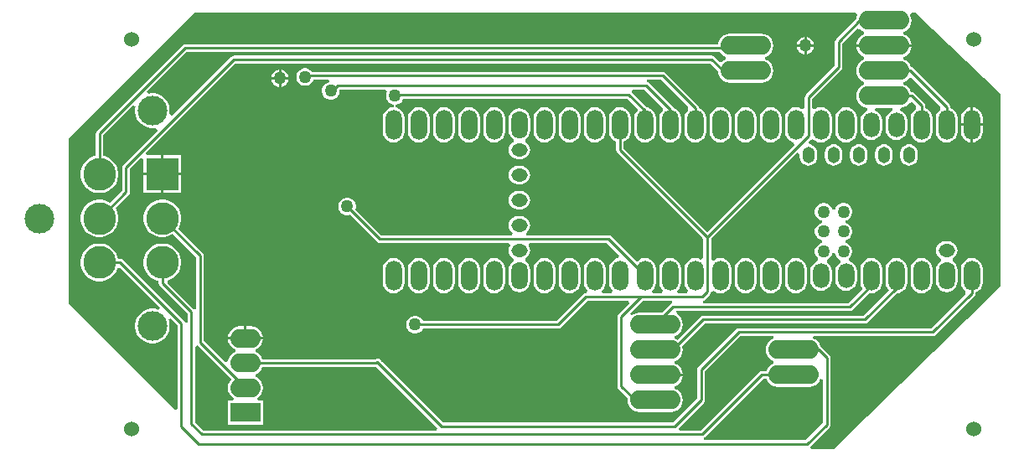
<source format=gbr>
%TF.GenerationSoftware,Altium Limited,Altium Designer,25.2.1 (25)*%
G04 Layer_Physical_Order=2*
G04 Layer_Color=16711680*
%FSLAX45Y45*%
%MOMM*%
%TF.SameCoordinates,E14999F2-3F76-4230-806F-2BB8C5B8D12E*%
%TF.FilePolarity,Positive*%
%TF.FileFunction,Copper,L2,Bot,Signal*%
%TF.Part,Single*%
G01*
G75*
%TA.AperFunction,Conductor*%
%ADD11C,0.25400*%
%ADD12C,0.30480*%
%TA.AperFunction,ViaPad*%
%ADD13C,1.52400*%
%TA.AperFunction,ComponentPad*%
%ADD19C,2.99000*%
%TA.AperFunction,ViaPad*%
%ADD23C,1.27000*%
%TA.AperFunction,ComponentPad*%
%ADD24O,1.65100X3.04800*%
%ADD25O,1.65100X1.30800*%
%ADD26C,1.27000*%
%ADD27O,1.25800X1.65100*%
%ADD28O,1.65100X2.54000*%
%ADD29O,1.65100X2.79400*%
%ADD30C,3.30200*%
%ADD31R,3.30200X3.30200*%
%ADD32O,5.08000X1.90500*%
%ADD33R,3.04800X1.90500*%
%ADD34O,3.04800X1.90500*%
G36*
X10680700Y3892550D02*
Y1950098D01*
X9001125Y304800D01*
X8769520D01*
X8761789Y321498D01*
X8760787Y330200D01*
X8955569Y524981D01*
X8963989Y537584D01*
X8966947Y552450D01*
Y1225550D01*
X8963989Y1240416D01*
X8955569Y1253019D01*
X8873019Y1335569D01*
X8867927Y1338971D01*
X8867845Y1339596D01*
X8855688Y1368946D01*
X8836349Y1394149D01*
X8811146Y1413488D01*
X8791431Y1421653D01*
X8796484Y1447053D01*
X10001250D01*
X10016116Y1450011D01*
X10028719Y1458431D01*
X10422419Y1852131D01*
X10430839Y1864734D01*
X10433797Y1879600D01*
Y1886797D01*
X10449391Y1893256D01*
X10471941Y1910559D01*
X10489244Y1933109D01*
X10500121Y1959369D01*
X10503831Y1987550D01*
Y2127250D01*
X10500121Y2155431D01*
X10489244Y2181691D01*
X10471941Y2204241D01*
X10449391Y2221544D01*
X10423131Y2232421D01*
X10394950Y2236131D01*
X10366769Y2232421D01*
X10340509Y2221544D01*
X10317959Y2204241D01*
X10300656Y2181691D01*
X10289779Y2155431D01*
X10286069Y2127250D01*
Y1987550D01*
X10289779Y1959369D01*
X10300656Y1933109D01*
X10317959Y1910559D01*
X10327630Y1903138D01*
X10331727Y1871315D01*
X9985159Y1524747D01*
X8039100D01*
X8024234Y1521789D01*
X8011631Y1513369D01*
X7630631Y1132369D01*
X7622211Y1119766D01*
X7619253Y1104900D01*
Y816191D01*
X7375309Y572247D01*
X5051641D01*
X4428525Y1195362D01*
X4421150Y1206400D01*
X4407707Y1215382D01*
X4391850Y1218536D01*
X4375993Y1215382D01*
X4370852Y1211947D01*
X3226000D01*
X3216888Y1233946D01*
X3197549Y1259149D01*
X3172346Y1278488D01*
X3158184Y1284354D01*
Y1311846D01*
X3172346Y1317712D01*
X3197549Y1337051D01*
X3216888Y1362254D01*
X3229045Y1391604D01*
X3231519Y1410400D01*
X3054350D01*
X2877181D01*
X2879655Y1391604D01*
X2891812Y1362254D01*
X2911151Y1337051D01*
X2936354Y1317712D01*
X2950516Y1311846D01*
Y1284354D01*
X2936354Y1278488D01*
X2911151Y1259149D01*
X2891812Y1233946D01*
X2879655Y1204596D01*
X2877801Y1190508D01*
X2850983Y1181404D01*
X2635997Y1396391D01*
Y2255800D01*
X2633039Y2270666D01*
X2624619Y2283269D01*
X2375897Y2531990D01*
X2385369Y2546165D01*
X2399729Y2580833D01*
X2407050Y2617637D01*
Y2655163D01*
X2399729Y2691967D01*
X2385369Y2726636D01*
X2364521Y2757837D01*
X2337987Y2784371D01*
X2306786Y2805219D01*
X2272117Y2819579D01*
X2235313Y2826900D01*
X2197787D01*
X2160983Y2819579D01*
X2126315Y2805219D01*
X2095113Y2784371D01*
X2068579Y2757837D01*
X2047731Y2726636D01*
X2033371Y2691967D01*
X2026050Y2655163D01*
Y2617637D01*
X2033371Y2580833D01*
X2047731Y2546165D01*
X2068579Y2514963D01*
X2095113Y2488429D01*
X2126315Y2467581D01*
X2160983Y2453221D01*
X2197787Y2445900D01*
X2235313D01*
X2272117Y2453221D01*
X2306786Y2467581D01*
X2320960Y2477053D01*
X2558303Y2239710D01*
Y1728487D01*
X2544497Y1721201D01*
X2532903Y1719384D01*
X2270321Y1981966D01*
X2271138Y1993908D01*
X2277682Y2010526D01*
X2306786Y2022581D01*
X2337987Y2043429D01*
X2364521Y2069963D01*
X2385369Y2101164D01*
X2399729Y2135833D01*
X2407050Y2172637D01*
Y2210163D01*
X2399729Y2246967D01*
X2385369Y2281636D01*
X2364521Y2312837D01*
X2337987Y2339371D01*
X2306786Y2360219D01*
X2272117Y2374579D01*
X2235313Y2381900D01*
X2197787D01*
X2160983Y2374579D01*
X2126315Y2360219D01*
X2095113Y2339371D01*
X2068579Y2312837D01*
X2047731Y2281636D01*
X2033371Y2246967D01*
X2026050Y2210163D01*
Y2172637D01*
X2033371Y2135833D01*
X2047731Y2101164D01*
X2068579Y2069963D01*
X2095113Y2043429D01*
X2126315Y2022581D01*
X2160983Y2008221D01*
X2177704Y2004895D01*
Y1980800D01*
X2180661Y1965934D01*
X2189081Y1953331D01*
X2469403Y1673009D01*
Y1584808D01*
X2444003Y1582306D01*
X2442539Y1589666D01*
X2434119Y1602269D01*
X1817519Y2218869D01*
X1804916Y2227289D01*
X1790050Y2230246D01*
X1768055D01*
X1764729Y2246967D01*
X1750369Y2281636D01*
X1729521Y2312837D01*
X1702987Y2339371D01*
X1671786Y2360219D01*
X1637117Y2374579D01*
X1600313Y2381900D01*
X1562787D01*
X1525983Y2374579D01*
X1491315Y2360219D01*
X1460113Y2339371D01*
X1433579Y2312837D01*
X1412731Y2281636D01*
X1398371Y2246967D01*
X1391050Y2210163D01*
Y2172637D01*
X1398371Y2135833D01*
X1412731Y2101164D01*
X1433579Y2069963D01*
X1460113Y2043429D01*
X1491315Y2022581D01*
X1525983Y2008221D01*
X1562787Y2000900D01*
X1600313D01*
X1637117Y2008221D01*
X1671786Y2022581D01*
X1702987Y2043429D01*
X1729521Y2069963D01*
X1750369Y2101164D01*
X1761809Y2128783D01*
X1781400Y2135862D01*
X1790636Y2135877D01*
X2192667Y1733846D01*
X2178279Y1712313D01*
X2165566Y1717578D01*
X2131776Y1724300D01*
X2097324D01*
X2063534Y1717578D01*
X2031704Y1704394D01*
X2003058Y1685254D01*
X1978696Y1660892D01*
X1959556Y1632246D01*
X1946372Y1600416D01*
X1939650Y1566626D01*
Y1532174D01*
X1946372Y1498384D01*
X1959556Y1466554D01*
X1978696Y1437908D01*
X2003058Y1413546D01*
X2031704Y1394406D01*
X2063534Y1381222D01*
X2097324Y1374500D01*
X2131776D01*
X2165566Y1381222D01*
X2197396Y1394406D01*
X2226042Y1413546D01*
X2250404Y1437908D01*
X2269544Y1466554D01*
X2282728Y1498384D01*
X2289450Y1532174D01*
Y1566626D01*
X2282728Y1600416D01*
X2277463Y1613129D01*
X2298996Y1627517D01*
X2367803Y1558709D01*
Y713383D01*
X2344337Y703663D01*
X1270000Y1778000D01*
Y3441700D01*
X2540000Y4711700D01*
X9223980D01*
X9237651Y4686300D01*
X9229655Y4666996D01*
X9227904Y4653691D01*
X9021281Y4447069D01*
X9012861Y4434466D01*
X9009903Y4419600D01*
Y4178676D01*
X8716481Y3885254D01*
X8708061Y3872652D01*
X8705103Y3857786D01*
Y3751692D01*
X8679703Y3739166D01*
X8671391Y3745544D01*
X8645131Y3756421D01*
X8616950Y3760131D01*
X8588769Y3756421D01*
X8562509Y3745544D01*
X8539959Y3728241D01*
X8522656Y3705691D01*
X8511779Y3679431D01*
X8508069Y3651250D01*
Y3511550D01*
X8511779Y3483369D01*
X8522656Y3457109D01*
X8539959Y3434559D01*
X8562509Y3417256D01*
X8588769Y3406379D01*
X8591951Y3405960D01*
X8601055Y3379142D01*
X7721600Y2499687D01*
X6877797Y3343491D01*
Y3410797D01*
X6893391Y3417256D01*
X6915941Y3434559D01*
X6933244Y3457109D01*
X6944121Y3483369D01*
X6947831Y3511550D01*
Y3651250D01*
X6944121Y3679431D01*
X6933244Y3705691D01*
X6915941Y3728241D01*
X6893391Y3745544D01*
X6867131Y3756421D01*
X6838950Y3760131D01*
X6810769Y3756421D01*
X6784509Y3745544D01*
X6761959Y3728241D01*
X6744656Y3705691D01*
X6733779Y3679431D01*
X6730069Y3651250D01*
Y3511550D01*
X6733779Y3483369D01*
X6744656Y3457109D01*
X6761959Y3434559D01*
X6784509Y3417256D01*
X6800103Y3410797D01*
Y3327400D01*
X6803061Y3312534D01*
X6811481Y3299931D01*
X7682753Y2428659D01*
Y2232564D01*
X7657353Y2220038D01*
X7655391Y2221544D01*
X7629131Y2232421D01*
X7600950Y2236131D01*
X7572769Y2232421D01*
X7546509Y2221544D01*
X7523959Y2204241D01*
X7506656Y2181691D01*
X7495779Y2155431D01*
X7492069Y2127250D01*
Y1987550D01*
X7495779Y1959369D01*
X7506656Y1933109D01*
X7523959Y1910559D01*
X7530231Y1905747D01*
X7521609Y1880347D01*
X7426291D01*
X7417669Y1905747D01*
X7423941Y1910559D01*
X7441244Y1933109D01*
X7452121Y1959369D01*
X7455831Y1987550D01*
Y2127250D01*
X7452121Y2155431D01*
X7441244Y2181691D01*
X7423941Y2204241D01*
X7401391Y2221544D01*
X7375131Y2232421D01*
X7346950Y2236131D01*
X7318769Y2232421D01*
X7292509Y2221544D01*
X7269959Y2204241D01*
X7252656Y2181691D01*
X7241779Y2155431D01*
X7238069Y2127250D01*
Y1987550D01*
X7241779Y1959369D01*
X7252656Y1933109D01*
X7269959Y1910559D01*
X7276231Y1905747D01*
X7267609Y1880347D01*
X7172291D01*
X7163669Y1905747D01*
X7169941Y1910559D01*
X7187244Y1933109D01*
X7198121Y1959369D01*
X7201831Y1987550D01*
Y2127250D01*
X7198121Y2155431D01*
X7187244Y2181691D01*
X7169941Y2204241D01*
X7147391Y2221544D01*
X7121131Y2232421D01*
X7092950Y2236131D01*
X7064769Y2232421D01*
X7038509Y2221544D01*
X7015960Y2204241D01*
X7001964Y2203324D01*
X6752119Y2453169D01*
X6739516Y2461589D01*
X6724650Y2464547D01*
X5897539D01*
X5895326Y2468639D01*
X5890922Y2489947D01*
X5904859Y2500641D01*
X5919414Y2519608D01*
X5928563Y2541696D01*
X5931684Y2565400D01*
X5928563Y2589104D01*
X5919414Y2611192D01*
X5904859Y2630159D01*
X5885892Y2644714D01*
X5863804Y2653863D01*
X5840100Y2656984D01*
X5805800D01*
X5782096Y2653863D01*
X5760008Y2644714D01*
X5741041Y2630159D01*
X5726486Y2611192D01*
X5717337Y2589104D01*
X5714216Y2565400D01*
X5717337Y2541696D01*
X5726486Y2519608D01*
X5741041Y2500641D01*
X5754978Y2489947D01*
X5750574Y2468639D01*
X5748361Y2464547D01*
X4429341D01*
X4167246Y2726641D01*
X4171950Y2744196D01*
Y2767604D01*
X4165892Y2790214D01*
X4154188Y2810486D01*
X4137636Y2827038D01*
X4117364Y2838742D01*
X4094754Y2844800D01*
X4071346D01*
X4048736Y2838742D01*
X4028464Y2827038D01*
X4011912Y2810486D01*
X4000208Y2790214D01*
X3994150Y2767604D01*
Y2744196D01*
X4000208Y2721586D01*
X4011912Y2701314D01*
X4028464Y2684762D01*
X4048736Y2673058D01*
X4071346Y2667000D01*
X4094754D01*
X4112309Y2671704D01*
X4385781Y2398231D01*
X4398384Y2389811D01*
X4413250Y2386853D01*
X5717230D01*
X5729756Y2361453D01*
X5726486Y2357192D01*
X5717337Y2335104D01*
X5714216Y2311400D01*
X5717337Y2287696D01*
X5726486Y2265608D01*
X5741041Y2246641D01*
X5760008Y2232086D01*
X5761824Y2227121D01*
X5761932Y2203797D01*
X5745959Y2191541D01*
X5728656Y2168991D01*
X5717779Y2142731D01*
X5714069Y2114550D01*
Y2000250D01*
X5717779Y1972069D01*
X5728656Y1945809D01*
X5745959Y1923259D01*
X5768509Y1905956D01*
X5794769Y1895079D01*
X5822950Y1891369D01*
X5851131Y1895079D01*
X5877391Y1905956D01*
X5899941Y1923259D01*
X5917244Y1945809D01*
X5928121Y1972069D01*
X5931831Y2000250D01*
Y2114550D01*
X5928121Y2142731D01*
X5917244Y2168991D01*
X5899941Y2191541D01*
X5883968Y2203797D01*
X5884076Y2227121D01*
X5885892Y2232086D01*
X5904859Y2246641D01*
X5919414Y2265608D01*
X5928563Y2287696D01*
X5931684Y2311400D01*
X5928563Y2335104D01*
X5919414Y2357192D01*
X5916144Y2361453D01*
X5928670Y2386853D01*
X6708559D01*
X6834277Y2261135D01*
X6825174Y2234318D01*
X6810769Y2232421D01*
X6784509Y2221544D01*
X6761959Y2204241D01*
X6744656Y2181691D01*
X6733779Y2155431D01*
X6730069Y2127250D01*
Y1987550D01*
X6733779Y1959369D01*
X6744656Y1933109D01*
X6761959Y1910559D01*
X6768231Y1905747D01*
X6759609Y1880347D01*
X6664291D01*
X6655669Y1905747D01*
X6661941Y1910559D01*
X6679244Y1933109D01*
X6690121Y1959369D01*
X6693831Y1987550D01*
Y2127250D01*
X6690121Y2155431D01*
X6679244Y2181691D01*
X6661941Y2204241D01*
X6639391Y2221544D01*
X6613131Y2232421D01*
X6584950Y2236131D01*
X6556769Y2232421D01*
X6530509Y2221544D01*
X6507959Y2204241D01*
X6490656Y2181691D01*
X6479779Y2155431D01*
X6476069Y2127250D01*
Y1987550D01*
X6479779Y1959369D01*
X6490656Y1933109D01*
X6507959Y1910559D01*
X6514231Y1905747D01*
X6505609Y1880347D01*
X6496050D01*
X6481184Y1877389D01*
X6468581Y1868969D01*
X6200559Y1600947D01*
X4849075D01*
X4839988Y1616686D01*
X4823436Y1633238D01*
X4803164Y1644942D01*
X4780554Y1651000D01*
X4757146D01*
X4734536Y1644942D01*
X4714264Y1633238D01*
X4697712Y1616686D01*
X4686008Y1596414D01*
X4679950Y1573804D01*
Y1550396D01*
X4686008Y1527786D01*
X4697712Y1507514D01*
X4714264Y1490962D01*
X4734536Y1479258D01*
X4757146Y1473200D01*
X4780554D01*
X4803164Y1479258D01*
X4823436Y1490962D01*
X4839988Y1507514D01*
X4849075Y1523253D01*
X6216650D01*
X6231516Y1526211D01*
X6244119Y1534631D01*
X6512141Y1802653D01*
X6927879D01*
X6937600Y1779187D01*
X6824181Y1665769D01*
X6815761Y1653166D01*
X6812803Y1638300D01*
Y939800D01*
X6815761Y924934D01*
X6824181Y912331D01*
X6916704Y819809D01*
X6914109Y800100D01*
X6918255Y768604D01*
X6930412Y739254D01*
X6949751Y714051D01*
X6974954Y694712D01*
X7004304Y682555D01*
X7035800Y678409D01*
X7353300D01*
X7384796Y682555D01*
X7414146Y694712D01*
X7439349Y714051D01*
X7458688Y739254D01*
X7470845Y768604D01*
X7474991Y800100D01*
X7470845Y831596D01*
X7458688Y860946D01*
X7439349Y886149D01*
X7414146Y905488D01*
X7395156Y913354D01*
Y940846D01*
X7414146Y948712D01*
X7439349Y968051D01*
X7458688Y993254D01*
X7470845Y1022604D01*
X7473319Y1041400D01*
X7194550D01*
Y1066800D01*
X7473319D01*
X7470845Y1085596D01*
X7458688Y1114946D01*
X7439349Y1140149D01*
X7414146Y1159488D01*
X7395156Y1167354D01*
Y1194846D01*
X7414146Y1202712D01*
X7439349Y1222051D01*
X7458688Y1247254D01*
X7470845Y1276604D01*
X7474991Y1308100D01*
X7470845Y1339596D01*
X7468800Y1344533D01*
X7698321Y1574053D01*
X9315450D01*
X9330316Y1577011D01*
X9342919Y1585431D01*
X9636642Y1879154D01*
X9661131Y1882379D01*
X9687391Y1893256D01*
X9709941Y1910559D01*
X9727244Y1933109D01*
X9738121Y1959369D01*
X9741831Y1987550D01*
Y2127250D01*
X9738121Y2155431D01*
X9727244Y2181691D01*
X9709941Y2204241D01*
X9687391Y2221544D01*
X9661131Y2232421D01*
X9632950Y2236131D01*
X9604769Y2232421D01*
X9578509Y2221544D01*
X9555959Y2204241D01*
X9538656Y2181691D01*
X9527779Y2155431D01*
X9524069Y2127250D01*
Y1987550D01*
X9527779Y1959369D01*
X9538656Y1933109D01*
X9555959Y1910560D01*
X9556095Y1908482D01*
X9299359Y1651747D01*
X7682230D01*
X7667364Y1648789D01*
X7654761Y1640369D01*
X7421917Y1407524D01*
X7414146Y1413488D01*
X7395156Y1421354D01*
Y1448846D01*
X7414146Y1456712D01*
X7439349Y1476051D01*
X7458688Y1501254D01*
X7470845Y1530604D01*
X7474991Y1562100D01*
X7470845Y1593596D01*
X7458688Y1622946D01*
X7439349Y1648149D01*
X7414146Y1667488D01*
X7407169Y1697793D01*
X7408778Y1701053D01*
X9163050D01*
X9177916Y1704011D01*
X9190519Y1712431D01*
X9359338Y1881250D01*
X9378950Y1878669D01*
X9407131Y1882379D01*
X9433391Y1893256D01*
X9455941Y1910559D01*
X9473244Y1933109D01*
X9484121Y1959369D01*
X9487831Y1987550D01*
Y2127250D01*
X9484121Y2155431D01*
X9473244Y2181691D01*
X9455941Y2204241D01*
X9433391Y2221544D01*
X9407131Y2232421D01*
X9378950Y2236131D01*
X9350769Y2232421D01*
X9324509Y2221544D01*
X9301959Y2204241D01*
X9284656Y2181691D01*
X9273779Y2155431D01*
X9270069Y2127250D01*
Y1987550D01*
X9273779Y1959369D01*
X9284656Y1933109D01*
X9291892Y1923679D01*
X9146959Y1778747D01*
X7680808D01*
X7678306Y1804147D01*
X7685666Y1805611D01*
X7698269Y1814031D01*
X7749069Y1864831D01*
X7757489Y1877434D01*
X7760447Y1892300D01*
Y1893573D01*
X7761142Y1894248D01*
X7785847Y1904507D01*
X7800509Y1893256D01*
X7826769Y1882379D01*
X7854950Y1878669D01*
X7883131Y1882379D01*
X7909391Y1893256D01*
X7931941Y1910559D01*
X7949244Y1933109D01*
X7960121Y1959369D01*
X7963831Y1987550D01*
Y2127250D01*
X7960121Y2155431D01*
X7949244Y2181691D01*
X7931941Y2204241D01*
X7909391Y2221544D01*
X7883131Y2232421D01*
X7854950Y2236131D01*
X7826769Y2232421D01*
X7800509Y2221544D01*
X7785847Y2210293D01*
X7761142Y2220552D01*
X7760447Y2221227D01*
Y2428659D01*
X8630011Y3298224D01*
X8632429Y3298013D01*
X8654888Y3287180D01*
Y3256750D01*
X8657923Y3233699D01*
X8666820Y3212219D01*
X8680973Y3193774D01*
X8699419Y3179620D01*
X8720899Y3170723D01*
X8743950Y3167688D01*
X8767001Y3170723D01*
X8788481Y3179620D01*
X8806927Y3193774D01*
X8821080Y3212219D01*
X8829977Y3233699D01*
X8833012Y3256750D01*
Y3296050D01*
X8829977Y3319101D01*
X8821080Y3340581D01*
X8806927Y3359027D01*
X8788481Y3373180D01*
X8767001Y3382077D01*
X8751788Y3384080D01*
X8742303Y3403958D01*
X8741776Y3409989D01*
X8763855Y3432068D01*
X8790044Y3434235D01*
X8797013Y3432216D01*
X8816509Y3417256D01*
X8842769Y3406379D01*
X8870950Y3402669D01*
X8899131Y3406379D01*
X8925391Y3417256D01*
X8947941Y3434559D01*
X8965244Y3457109D01*
X8976121Y3483369D01*
X8979831Y3511550D01*
Y3651250D01*
X8976121Y3679431D01*
X8965244Y3705691D01*
X8947941Y3728241D01*
X8925391Y3745544D01*
X8899131Y3756421D01*
X8870950Y3760131D01*
X8842769Y3756421D01*
X8816509Y3745544D01*
X8808197Y3739166D01*
X8782797Y3751692D01*
Y3841695D01*
X9076219Y4135117D01*
X9084639Y4147720D01*
X9087597Y4162586D01*
Y4403509D01*
X9235543Y4551455D01*
X9260889Y4549794D01*
X9261151Y4549451D01*
X9286354Y4530112D01*
X9305344Y4522246D01*
Y4494754D01*
X9286354Y4486888D01*
X9261151Y4467549D01*
X9241812Y4442346D01*
X9229655Y4412996D01*
X9227181Y4394200D01*
X9505950D01*
X9784719D01*
X9782245Y4412996D01*
X9770088Y4442346D01*
X9750749Y4467549D01*
X9725546Y4486888D01*
X9706556Y4494754D01*
Y4522246D01*
X9725546Y4530112D01*
X9750749Y4549451D01*
X9770088Y4574654D01*
X9782245Y4604004D01*
X9786391Y4635500D01*
X9782245Y4666996D01*
X9774249Y4686300D01*
X9787920Y4711700D01*
X9822543D01*
X10680700Y3892550D01*
D02*
G37*
G36*
X7364844Y1777253D02*
X7357484Y1775789D01*
X7344881Y1767369D01*
X7261304Y1683791D01*
X7035800D01*
X7004304Y1679645D01*
X6974954Y1667488D01*
X6960950Y1656741D01*
X6944166Y1675879D01*
X7070941Y1802653D01*
X7362342D01*
X7364844Y1777253D01*
D02*
G37*
G36*
X8391669Y1421653D02*
X8371954Y1413488D01*
X8346751Y1394149D01*
X8327412Y1368946D01*
X8315255Y1339596D01*
X8311109Y1308100D01*
X8315255Y1276604D01*
X8327412Y1247254D01*
X8346751Y1222051D01*
X8371954Y1202712D01*
X8390944Y1194846D01*
Y1167354D01*
X8371954Y1159488D01*
X8346751Y1140149D01*
X8327412Y1114946D01*
X8318300Y1092947D01*
X8271930D01*
X8257064Y1089989D01*
X8244461Y1081569D01*
X7654709Y491817D01*
X7440675D01*
X7430154Y517217D01*
X7685569Y772631D01*
X7693989Y785234D01*
X7696947Y800100D01*
Y1088809D01*
X8055191Y1447053D01*
X8386616D01*
X8391669Y1421653D01*
D02*
G37*
G36*
X2911287Y1011226D02*
X2911151Y1009148D01*
X2891812Y983946D01*
X2879655Y954596D01*
X2875509Y923100D01*
X2879655Y891604D01*
X2891812Y862254D01*
X2911151Y837051D01*
X2934481Y819150D01*
X2934550Y816367D01*
X2919030Y793750D01*
X2876550D01*
Y552450D01*
X3232150D01*
Y793750D01*
X3189670D01*
X3174150Y816367D01*
X3174219Y819150D01*
X3197549Y837051D01*
X3216888Y862254D01*
X3229045Y891604D01*
X3233191Y923100D01*
X3229045Y954596D01*
X3216888Y983946D01*
X3197549Y1009149D01*
X3172346Y1028488D01*
X3158184Y1034354D01*
Y1061846D01*
X3172346Y1067712D01*
X3197549Y1087051D01*
X3216888Y1112254D01*
X3226000Y1134254D01*
X4374831D01*
X4380983Y1133030D01*
X4996796Y517217D01*
X4986275Y491817D01*
X2630921D01*
X2547097Y575641D01*
Y1340913D01*
X2560903Y1348199D01*
X2572497Y1350016D01*
X2911287Y1011226D01*
D02*
G37*
G36*
X8327412Y993254D02*
X8346751Y968051D01*
X8371954Y948712D01*
X8401304Y936555D01*
X8432800Y932409D01*
X8750300D01*
X8781796Y936555D01*
X8811146Y948712D01*
X8836349Y968051D01*
X8855688Y993254D01*
X8863853Y1012969D01*
X8889253Y1007916D01*
Y568541D01*
X8715159Y394447D01*
X7694030D01*
X7691534Y401201D01*
X7689805Y419847D01*
X7698269Y425502D01*
X8288020Y1015253D01*
X8318300D01*
X8327412Y993254D01*
D02*
G37*
%LPC*%
G36*
X8724900Y4470133D02*
Y4394200D01*
X8800833D01*
X8795042Y4415814D01*
X8783338Y4436086D01*
X8766786Y4452638D01*
X8746514Y4464342D01*
X8724900Y4470133D01*
D02*
G37*
G36*
X8699500D02*
X8677886Y4464342D01*
X8657614Y4452638D01*
X8641062Y4436086D01*
X8629358Y4415814D01*
X8623567Y4394200D01*
X8699500D01*
Y4470133D01*
D02*
G37*
G36*
X8800833Y4368800D02*
X8724900D01*
Y4292867D01*
X8746514Y4298658D01*
X8766786Y4310362D01*
X8783338Y4326914D01*
X8795042Y4347186D01*
X8800833Y4368800D01*
D02*
G37*
G36*
X8699500D02*
X8623567D01*
X8629358Y4347186D01*
X8641062Y4326914D01*
X8657614Y4310362D01*
X8677886Y4298658D01*
X8699500Y4292867D01*
Y4368800D01*
D02*
G37*
G36*
X3416300Y4139933D02*
Y4064000D01*
X3492233D01*
X3486442Y4085614D01*
X3474738Y4105886D01*
X3458186Y4122438D01*
X3437914Y4134142D01*
X3416300Y4139933D01*
D02*
G37*
G36*
X3390900D02*
X3369286Y4134142D01*
X3349014Y4122438D01*
X3332462Y4105886D01*
X3320758Y4085614D01*
X3314967Y4064000D01*
X3390900D01*
Y4139933D01*
D02*
G37*
G36*
X8267700Y4503191D02*
X7950200D01*
X7918704Y4499045D01*
X7889354Y4486888D01*
X7864151Y4467549D01*
X7844812Y4442346D01*
X7832655Y4412996D01*
X7830279Y4394947D01*
X2444750D01*
X2429884Y4391989D01*
X2417281Y4383569D01*
X1554081Y3520369D01*
X1545661Y3507766D01*
X1542704Y3492900D01*
Y3267905D01*
X1525983Y3264579D01*
X1491315Y3250219D01*
X1460113Y3229371D01*
X1433579Y3202837D01*
X1412731Y3171636D01*
X1398371Y3136967D01*
X1391050Y3100163D01*
Y3062638D01*
X1398371Y3025833D01*
X1412731Y2991165D01*
X1433579Y2959964D01*
X1460113Y2933429D01*
X1491315Y2912581D01*
X1525983Y2898221D01*
X1562787Y2890900D01*
X1600313D01*
X1637117Y2898221D01*
X1671786Y2912581D01*
X1702987Y2933429D01*
X1729521Y2959964D01*
X1750369Y2991165D01*
X1764729Y3025833D01*
X1772050Y3062638D01*
Y3100163D01*
X1764729Y3136967D01*
X1750369Y3171636D01*
X1729521Y3202837D01*
X1702987Y3229371D01*
X1671786Y3250219D01*
X1637117Y3264579D01*
X1620397Y3267905D01*
Y3476809D01*
X1921087Y3777500D01*
X1944496Y3764988D01*
X1939650Y3740626D01*
Y3706174D01*
X1946372Y3672384D01*
X1959556Y3640554D01*
X1978696Y3611908D01*
X2003058Y3587547D01*
X2031704Y3568406D01*
X2063534Y3555222D01*
X2097324Y3548500D01*
X2131776D01*
X2138598Y3549858D01*
X2166005Y3529411D01*
X2166575Y3523262D01*
X1820518Y3177205D01*
X1812097Y3164602D01*
X1809140Y3149736D01*
Y2918927D01*
X1685960Y2795748D01*
X1671786Y2805219D01*
X1637117Y2819579D01*
X1600313Y2826900D01*
X1562787D01*
X1525983Y2819579D01*
X1491315Y2805219D01*
X1460113Y2784371D01*
X1433579Y2757837D01*
X1412731Y2726636D01*
X1398371Y2691967D01*
X1391050Y2655163D01*
Y2617637D01*
X1398371Y2580833D01*
X1412731Y2546165D01*
X1433579Y2514963D01*
X1460113Y2488429D01*
X1491315Y2467581D01*
X1525983Y2453221D01*
X1562787Y2445900D01*
X1600313D01*
X1637117Y2453221D01*
X1671786Y2467581D01*
X1702987Y2488429D01*
X1729521Y2514963D01*
X1750369Y2546165D01*
X1764729Y2580833D01*
X1772050Y2617637D01*
Y2655163D01*
X1764729Y2691967D01*
X1750369Y2726636D01*
X1740897Y2740810D01*
X1875455Y2875368D01*
X1883876Y2887971D01*
X1886833Y2902836D01*
Y3133646D01*
X2000650Y3247463D01*
X2026050Y3236942D01*
Y3094100D01*
X2203850D01*
Y3271900D01*
X2061009D01*
X2050487Y3297300D01*
X2956141Y4202953D01*
X7749959D01*
X7828978Y4123935D01*
X7832655Y4096004D01*
X7844812Y4066654D01*
X7864151Y4041451D01*
X7889354Y4022112D01*
X7918704Y4009955D01*
X7950200Y4005809D01*
X8267700D01*
X8299196Y4009955D01*
X8328546Y4022112D01*
X8353749Y4041451D01*
X8373088Y4066654D01*
X8385245Y4096004D01*
X8389391Y4127500D01*
X8385245Y4158996D01*
X8373088Y4188346D01*
X8353749Y4213549D01*
X8328546Y4232888D01*
X8309556Y4240754D01*
Y4268246D01*
X8328546Y4276112D01*
X8353749Y4295451D01*
X8373088Y4320654D01*
X8385245Y4350004D01*
X8389391Y4381500D01*
X8385245Y4412996D01*
X8373088Y4442346D01*
X8353749Y4467549D01*
X8328546Y4486888D01*
X8299196Y4499045D01*
X8267700Y4503191D01*
D02*
G37*
G36*
X3492233Y4038600D02*
X3416300D01*
Y3962667D01*
X3437914Y3968458D01*
X3458186Y3980162D01*
X3474738Y3996714D01*
X3486442Y4016986D01*
X3492233Y4038600D01*
D02*
G37*
G36*
X3390900D02*
X3314967D01*
X3320758Y4016986D01*
X3332462Y3996714D01*
X3349014Y3980162D01*
X3369286Y3968458D01*
X3390900Y3962667D01*
Y4038600D01*
D02*
G37*
G36*
X10407650Y3758460D02*
Y3594100D01*
X10503831D01*
Y3651250D01*
X10500121Y3679431D01*
X10489244Y3705691D01*
X10471941Y3728241D01*
X10449391Y3745544D01*
X10423131Y3756421D01*
X10407650Y3758460D01*
D02*
G37*
G36*
X10382250D02*
X10366769Y3756421D01*
X10340509Y3745544D01*
X10317959Y3728241D01*
X10300656Y3705691D01*
X10289779Y3679431D01*
X10286069Y3651250D01*
Y3594100D01*
X10382250D01*
Y3758460D01*
D02*
G37*
G36*
X10503831Y3568700D02*
X10407650D01*
Y3404340D01*
X10423131Y3406379D01*
X10449391Y3417256D01*
X10471941Y3434559D01*
X10489244Y3457109D01*
X10500121Y3483369D01*
X10503831Y3511550D01*
Y3568700D01*
D02*
G37*
G36*
X10382250D02*
X10286069D01*
Y3511550D01*
X10289779Y3483369D01*
X10300656Y3457109D01*
X10317959Y3434559D01*
X10340509Y3417256D01*
X10366769Y3406379D01*
X10382250Y3404340D01*
Y3568700D01*
D02*
G37*
G36*
X9784719Y4368800D02*
X9505950D01*
X9227181D01*
X9229655Y4350004D01*
X9241812Y4320654D01*
X9261151Y4295451D01*
X9286354Y4276112D01*
X9305344Y4268246D01*
Y4240754D01*
X9286354Y4232888D01*
X9261151Y4213549D01*
X9241812Y4188346D01*
X9229655Y4158996D01*
X9225509Y4127500D01*
X9229655Y4096004D01*
X9241812Y4066654D01*
X9261151Y4041451D01*
X9286354Y4022112D01*
X9305344Y4014246D01*
Y3986754D01*
X9286354Y3978888D01*
X9261151Y3959549D01*
X9241812Y3934346D01*
X9229655Y3904996D01*
X9225509Y3873500D01*
X9229655Y3842004D01*
X9241812Y3812654D01*
X9261151Y3787451D01*
X9286354Y3768112D01*
X9315704Y3755955D01*
X9337624Y3753069D01*
X9341057Y3726998D01*
X9324509Y3720144D01*
X9301959Y3702841D01*
X9284656Y3680291D01*
X9273779Y3654031D01*
X9270069Y3625850D01*
Y3536950D01*
X9273779Y3508769D01*
X9284656Y3482509D01*
X9301959Y3459959D01*
X9324509Y3442656D01*
X9350769Y3431779D01*
X9378950Y3428069D01*
X9407131Y3431779D01*
X9433391Y3442656D01*
X9455941Y3459959D01*
X9473244Y3482509D01*
X9484121Y3508769D01*
X9487831Y3536950D01*
Y3625850D01*
X9484121Y3654031D01*
X9473244Y3680291D01*
X9455941Y3702841D01*
X9433391Y3720144D01*
X9418267Y3726409D01*
X9423319Y3751809D01*
X9588581D01*
X9593633Y3726409D01*
X9578509Y3720144D01*
X9555959Y3702841D01*
X9538656Y3680291D01*
X9527779Y3654031D01*
X9524069Y3625850D01*
Y3536950D01*
X9527779Y3508769D01*
X9538656Y3482509D01*
X9555959Y3459959D01*
X9578509Y3442656D01*
X9604769Y3431779D01*
X9632950Y3428069D01*
X9661131Y3431779D01*
X9687391Y3442656D01*
X9709941Y3459959D01*
X9727244Y3482509D01*
X9738121Y3508769D01*
X9741831Y3536950D01*
Y3625850D01*
X9738121Y3654031D01*
X9727244Y3680291D01*
X9709941Y3702841D01*
X9687391Y3720144D01*
X9670843Y3726998D01*
X9674276Y3753069D01*
X9696196Y3755955D01*
X9725546Y3768112D01*
X9750749Y3787451D01*
X9763683Y3804308D01*
X9793722Y3810191D01*
X9831354Y3772559D01*
X9831803Y3762050D01*
X9826816Y3741175D01*
X9809959Y3728241D01*
X9792656Y3705691D01*
X9781779Y3679431D01*
X9778069Y3651250D01*
Y3511550D01*
X9781779Y3483369D01*
X9792656Y3457109D01*
X9809959Y3434559D01*
X9832509Y3417256D01*
X9858769Y3406379D01*
X9886950Y3402669D01*
X9915131Y3406379D01*
X9941391Y3417256D01*
X9963941Y3434559D01*
X9981244Y3457109D01*
X9992121Y3483369D01*
X9995831Y3511550D01*
Y3651250D01*
X9992121Y3679431D01*
X9981244Y3705691D01*
X9963941Y3728241D01*
X9941391Y3745544D01*
X9925797Y3752003D01*
Y3771900D01*
X9922839Y3786766D01*
X9914419Y3799369D01*
X9812819Y3900969D01*
X9800216Y3909389D01*
X9785350Y3912347D01*
X9779200D01*
X9770088Y3934346D01*
X9750749Y3959549D01*
X9725546Y3978888D01*
X9706556Y3986754D01*
Y4014246D01*
X9725546Y4022112D01*
X9750749Y4041451D01*
X9758169Y4051122D01*
X9791038Y4054175D01*
X10077727Y3767485D01*
X10073630Y3735662D01*
X10063959Y3728241D01*
X10046656Y3705691D01*
X10035779Y3679431D01*
X10032069Y3651250D01*
Y3511550D01*
X10035779Y3483369D01*
X10046656Y3457109D01*
X10063959Y3434559D01*
X10086509Y3417256D01*
X10112769Y3406379D01*
X10140950Y3402669D01*
X10169131Y3406379D01*
X10195391Y3417256D01*
X10217941Y3434559D01*
X10235244Y3457109D01*
X10246121Y3483369D01*
X10249831Y3511550D01*
Y3651250D01*
X10246121Y3679431D01*
X10235244Y3705691D01*
X10217941Y3728241D01*
X10195391Y3745544D01*
X10179797Y3752003D01*
Y3759200D01*
X10176839Y3774066D01*
X10168419Y3786669D01*
X9800119Y4154969D01*
X9787516Y4163389D01*
X9779788Y4164927D01*
X9770088Y4188346D01*
X9750749Y4213549D01*
X9725546Y4232888D01*
X9706556Y4240754D01*
Y4268246D01*
X9725546Y4276112D01*
X9750749Y4295451D01*
X9770088Y4320654D01*
X9782245Y4350004D01*
X9784719Y4368800D01*
D02*
G37*
G36*
X9124950Y3760131D02*
X9096769Y3756421D01*
X9070509Y3745544D01*
X9047959Y3728241D01*
X9030656Y3705691D01*
X9019779Y3679431D01*
X9016069Y3651250D01*
Y3511550D01*
X9019779Y3483369D01*
X9030656Y3457109D01*
X9047959Y3434559D01*
X9070509Y3417256D01*
X9096769Y3406379D01*
X9124950Y3402669D01*
X9153131Y3406379D01*
X9179391Y3417256D01*
X9201941Y3434559D01*
X9219244Y3457109D01*
X9230121Y3483369D01*
X9233831Y3511550D01*
Y3651250D01*
X9230121Y3679431D01*
X9219244Y3705691D01*
X9201941Y3728241D01*
X9179391Y3745544D01*
X9153131Y3756421D01*
X9124950Y3760131D01*
D02*
G37*
G36*
X8362950D02*
X8334769Y3756421D01*
X8308509Y3745544D01*
X8285959Y3728241D01*
X8268656Y3705691D01*
X8257779Y3679431D01*
X8254069Y3651250D01*
Y3511550D01*
X8257779Y3483369D01*
X8268656Y3457109D01*
X8285959Y3434559D01*
X8308509Y3417256D01*
X8334769Y3406379D01*
X8362950Y3402669D01*
X8391131Y3406379D01*
X8417391Y3417256D01*
X8439941Y3434559D01*
X8457244Y3457109D01*
X8468121Y3483369D01*
X8471831Y3511550D01*
Y3651250D01*
X8468121Y3679431D01*
X8457244Y3705691D01*
X8439941Y3728241D01*
X8417391Y3745544D01*
X8391131Y3756421D01*
X8362950Y3760131D01*
D02*
G37*
G36*
X8108950D02*
X8080769Y3756421D01*
X8054509Y3745544D01*
X8031959Y3728241D01*
X8014656Y3705691D01*
X8003779Y3679431D01*
X8000069Y3651250D01*
Y3511550D01*
X8003779Y3483369D01*
X8014656Y3457109D01*
X8031959Y3434559D01*
X8054509Y3417256D01*
X8080769Y3406379D01*
X8108950Y3402669D01*
X8137131Y3406379D01*
X8163391Y3417256D01*
X8185941Y3434559D01*
X8203244Y3457109D01*
X8214121Y3483369D01*
X8217831Y3511550D01*
Y3651250D01*
X8214121Y3679431D01*
X8203244Y3705691D01*
X8185941Y3728241D01*
X8163391Y3745544D01*
X8137131Y3756421D01*
X8108950Y3760131D01*
D02*
G37*
G36*
X7854950D02*
X7826769Y3756421D01*
X7800509Y3745544D01*
X7777959Y3728241D01*
X7760656Y3705691D01*
X7749779Y3679431D01*
X7746069Y3651250D01*
Y3511550D01*
X7749779Y3483369D01*
X7760656Y3457109D01*
X7777959Y3434559D01*
X7800509Y3417256D01*
X7826769Y3406379D01*
X7854950Y3402669D01*
X7883131Y3406379D01*
X7909391Y3417256D01*
X7931941Y3434559D01*
X7949244Y3457109D01*
X7960121Y3483369D01*
X7963831Y3511550D01*
Y3651250D01*
X7960121Y3679431D01*
X7949244Y3705691D01*
X7931941Y3728241D01*
X7909391Y3745544D01*
X7883131Y3756421D01*
X7854950Y3760131D01*
D02*
G37*
G36*
X3669304Y4152900D02*
X3645896D01*
X3623286Y4146842D01*
X3603014Y4135138D01*
X3586462Y4118586D01*
X3574758Y4098314D01*
X3568700Y4075704D01*
Y4052296D01*
X3574758Y4029686D01*
X3586462Y4009414D01*
X3603014Y3992862D01*
X3623286Y3981158D01*
X3645896Y3975100D01*
X3669304D01*
X3691914Y3981158D01*
X3712186Y3992862D01*
X3728738Y4009414D01*
X3740442Y4029686D01*
X3742630Y4037853D01*
X3884192D01*
X3905216Y4027288D01*
X3905216Y4027286D01*
X3905216D01*
X3906246Y4013200D01*
X3905041Y4012877D01*
X3883636Y4007142D01*
X3863364Y3995438D01*
X3846812Y3978886D01*
X3835108Y3958614D01*
X3829050Y3936004D01*
Y3912596D01*
X3835108Y3889986D01*
X3846812Y3869714D01*
X3863364Y3853162D01*
X3883636Y3841458D01*
X3906246Y3835400D01*
X3929654D01*
X3952264Y3841458D01*
X3972536Y3853162D01*
X3989088Y3869714D01*
X4000792Y3889986D01*
X4006850Y3912596D01*
Y3936004D01*
X4007042Y3936253D01*
X4469898D01*
X4484563Y3910853D01*
X4482808Y3907814D01*
X4476750Y3885204D01*
Y3861796D01*
X4482808Y3839186D01*
X4494512Y3818914D01*
X4511064Y3802362D01*
X4531336Y3790658D01*
X4553946Y3784600D01*
Y3784600D01*
X4539622Y3788438D01*
X4553862Y3782547D01*
X4553257Y3767685D01*
X4547572Y3759424D01*
X4524769Y3756421D01*
X4498509Y3745544D01*
X4475959Y3728241D01*
X4458656Y3705691D01*
X4447779Y3679431D01*
X4444069Y3651250D01*
Y3511550D01*
X4447779Y3483369D01*
X4458656Y3457109D01*
X4475959Y3434559D01*
X4498509Y3417256D01*
X4524769Y3406379D01*
X4552950Y3402669D01*
X4581131Y3406379D01*
X4607391Y3417256D01*
X4629941Y3434559D01*
X4647244Y3457109D01*
X4658121Y3483369D01*
X4661831Y3511550D01*
Y3651250D01*
X4658121Y3679431D01*
X4647244Y3705691D01*
X4629941Y3728241D01*
X4607391Y3745544D01*
X4581131Y3756421D01*
X4575157Y3757208D01*
X4572809Y3783136D01*
X4577354Y3784599D01*
X4578803Y3784988D01*
X4599964Y3790658D01*
X4620236Y3802362D01*
X4636788Y3818914D01*
X4648492Y3839186D01*
X4650680Y3847353D01*
X6911759D01*
X7016876Y3742236D01*
X7015959Y3728240D01*
X6998656Y3705691D01*
X6987779Y3679431D01*
X6984069Y3651250D01*
Y3511550D01*
X6987779Y3483369D01*
X6998656Y3457109D01*
X7015959Y3434559D01*
X7038509Y3417256D01*
X7064769Y3406379D01*
X7092950Y3402669D01*
X7121131Y3406379D01*
X7147391Y3417256D01*
X7169941Y3434559D01*
X7187244Y3457109D01*
X7198121Y3483369D01*
X7201831Y3511550D01*
Y3651250D01*
X7198121Y3679431D01*
X7187244Y3705691D01*
X7169941Y3728241D01*
X7147391Y3745544D01*
X7121131Y3756421D01*
X7111267Y3757720D01*
X6958134Y3910853D01*
X6959951Y3922447D01*
X6967237Y3936253D01*
X7089559D01*
X7271963Y3753849D01*
X7270302Y3728504D01*
X7269959Y3728241D01*
X7252656Y3705691D01*
X7241779Y3679431D01*
X7238069Y3651250D01*
Y3511550D01*
X7241779Y3483369D01*
X7252656Y3457109D01*
X7269959Y3434559D01*
X7292509Y3417256D01*
X7318769Y3406379D01*
X7346950Y3402669D01*
X7375131Y3406379D01*
X7401391Y3417256D01*
X7423941Y3434559D01*
X7441244Y3457109D01*
X7452121Y3483369D01*
X7455831Y3511550D01*
Y3651250D01*
X7452121Y3679431D01*
X7441244Y3705691D01*
X7423941Y3728241D01*
X7401391Y3745544D01*
X7378624Y3754974D01*
X7374419Y3761269D01*
X7133119Y4002569D01*
X7120516Y4010989D01*
X7113156Y4012453D01*
X7115658Y4037853D01*
X7254659D01*
X7528653Y3763859D01*
X7526444Y3730147D01*
X7523959Y3728241D01*
X7506656Y3705691D01*
X7495779Y3679431D01*
X7492069Y3651250D01*
Y3511550D01*
X7495779Y3483369D01*
X7506656Y3457109D01*
X7523959Y3434559D01*
X7546509Y3417256D01*
X7572769Y3406379D01*
X7600950Y3402669D01*
X7629131Y3406379D01*
X7655391Y3417256D01*
X7677941Y3434559D01*
X7695244Y3457109D01*
X7706121Y3483369D01*
X7709831Y3511550D01*
Y3651250D01*
X7706121Y3679431D01*
X7695244Y3705691D01*
X7677941Y3728241D01*
X7655391Y3745544D01*
X7638603Y3752498D01*
X7636839Y3761366D01*
X7628419Y3773969D01*
X7298219Y4104169D01*
X7285616Y4112589D01*
X7270750Y4115547D01*
X3730493D01*
X3728738Y4118586D01*
X3712186Y4135138D01*
X3691914Y4146842D01*
X3669304Y4152900D01*
D02*
G37*
G36*
X6584950Y3760131D02*
X6556769Y3756421D01*
X6530509Y3745544D01*
X6507959Y3728241D01*
X6490656Y3705691D01*
X6479779Y3679431D01*
X6476069Y3651250D01*
Y3511550D01*
X6479779Y3483369D01*
X6490656Y3457109D01*
X6507959Y3434559D01*
X6530509Y3417256D01*
X6556769Y3406379D01*
X6584950Y3402669D01*
X6613131Y3406379D01*
X6639391Y3417256D01*
X6661941Y3434559D01*
X6679244Y3457109D01*
X6690121Y3483369D01*
X6693831Y3511550D01*
Y3651250D01*
X6690121Y3679431D01*
X6679244Y3705691D01*
X6661941Y3728241D01*
X6639391Y3745544D01*
X6613131Y3756421D01*
X6584950Y3760131D01*
D02*
G37*
G36*
X6330950D02*
X6302769Y3756421D01*
X6276509Y3745544D01*
X6253959Y3728241D01*
X6236656Y3705691D01*
X6225779Y3679431D01*
X6222069Y3651250D01*
Y3511550D01*
X6225779Y3483369D01*
X6236656Y3457109D01*
X6253959Y3434559D01*
X6276509Y3417256D01*
X6302769Y3406379D01*
X6330950Y3402669D01*
X6359131Y3406379D01*
X6385391Y3417256D01*
X6407941Y3434559D01*
X6425244Y3457109D01*
X6436121Y3483369D01*
X6439831Y3511550D01*
Y3651250D01*
X6436121Y3679431D01*
X6425244Y3705691D01*
X6407941Y3728241D01*
X6385391Y3745544D01*
X6359131Y3756421D01*
X6330950Y3760131D01*
D02*
G37*
G36*
X6076950D02*
X6048769Y3756421D01*
X6022509Y3745544D01*
X5999959Y3728241D01*
X5982656Y3705691D01*
X5971779Y3679431D01*
X5968069Y3651250D01*
Y3511550D01*
X5971779Y3483369D01*
X5982656Y3457109D01*
X5999959Y3434559D01*
X6022509Y3417256D01*
X6048769Y3406379D01*
X6076950Y3402669D01*
X6105131Y3406379D01*
X6131391Y3417256D01*
X6153941Y3434559D01*
X6171244Y3457109D01*
X6182121Y3483369D01*
X6185831Y3511550D01*
Y3651250D01*
X6182121Y3679431D01*
X6171244Y3705691D01*
X6153941Y3728241D01*
X6131391Y3745544D01*
X6105131Y3756421D01*
X6076950Y3760131D01*
D02*
G37*
G36*
X5568950D02*
X5540769Y3756421D01*
X5514509Y3745544D01*
X5491959Y3728241D01*
X5474656Y3705691D01*
X5463779Y3679431D01*
X5460069Y3651250D01*
Y3511550D01*
X5463779Y3483369D01*
X5474656Y3457109D01*
X5491959Y3434559D01*
X5514509Y3417256D01*
X5540769Y3406379D01*
X5568950Y3402669D01*
X5597131Y3406379D01*
X5623391Y3417256D01*
X5645941Y3434559D01*
X5663244Y3457109D01*
X5674121Y3483369D01*
X5677831Y3511550D01*
Y3651250D01*
X5674121Y3679431D01*
X5663244Y3705691D01*
X5645941Y3728241D01*
X5623391Y3745544D01*
X5597131Y3756421D01*
X5568950Y3760131D01*
D02*
G37*
G36*
X5314950D02*
X5286769Y3756421D01*
X5260509Y3745544D01*
X5237959Y3728241D01*
X5220656Y3705691D01*
X5209779Y3679431D01*
X5206069Y3651250D01*
Y3511550D01*
X5209779Y3483369D01*
X5220656Y3457109D01*
X5237959Y3434559D01*
X5260509Y3417256D01*
X5286769Y3406379D01*
X5314950Y3402669D01*
X5343131Y3406379D01*
X5369391Y3417256D01*
X5391941Y3434559D01*
X5409244Y3457109D01*
X5420121Y3483369D01*
X5423831Y3511550D01*
Y3651250D01*
X5420121Y3679431D01*
X5409244Y3705691D01*
X5391941Y3728241D01*
X5369391Y3745544D01*
X5343131Y3756421D01*
X5314950Y3760131D01*
D02*
G37*
G36*
X5060950D02*
X5032769Y3756421D01*
X5006509Y3745544D01*
X4983959Y3728241D01*
X4966656Y3705691D01*
X4955779Y3679431D01*
X4952069Y3651250D01*
Y3511550D01*
X4955779Y3483369D01*
X4966656Y3457109D01*
X4983959Y3434559D01*
X5006509Y3417256D01*
X5032769Y3406379D01*
X5060950Y3402669D01*
X5089131Y3406379D01*
X5115391Y3417256D01*
X5137941Y3434559D01*
X5155244Y3457109D01*
X5166121Y3483369D01*
X5169831Y3511550D01*
Y3651250D01*
X5166121Y3679431D01*
X5155244Y3705691D01*
X5137941Y3728241D01*
X5115391Y3745544D01*
X5089131Y3756421D01*
X5060950Y3760131D01*
D02*
G37*
G36*
X4806950D02*
X4778769Y3756421D01*
X4752509Y3745544D01*
X4729959Y3728241D01*
X4712656Y3705691D01*
X4701779Y3679431D01*
X4698069Y3651250D01*
Y3511550D01*
X4701779Y3483369D01*
X4712656Y3457109D01*
X4729959Y3434559D01*
X4752509Y3417256D01*
X4778769Y3406379D01*
X4806950Y3402669D01*
X4835131Y3406379D01*
X4861391Y3417256D01*
X4883941Y3434559D01*
X4901244Y3457109D01*
X4912121Y3483369D01*
X4915831Y3511550D01*
Y3651250D01*
X4912121Y3679431D01*
X4901244Y3705691D01*
X4883941Y3728241D01*
X4861391Y3745544D01*
X4835131Y3756421D01*
X4806950Y3760131D01*
D02*
G37*
G36*
X5822950Y3747431D02*
X5794769Y3743721D01*
X5768509Y3732844D01*
X5745959Y3715541D01*
X5728656Y3692991D01*
X5717779Y3666731D01*
X5714069Y3638550D01*
Y3524250D01*
X5717779Y3496069D01*
X5728656Y3469809D01*
X5745959Y3447259D01*
X5761932Y3435003D01*
X5761824Y3411679D01*
X5760008Y3406714D01*
X5741041Y3392159D01*
X5726486Y3373192D01*
X5717337Y3351104D01*
X5714216Y3327400D01*
X5717337Y3303696D01*
X5726486Y3281608D01*
X5741041Y3262641D01*
X5760008Y3248086D01*
X5782096Y3238937D01*
X5805800Y3235816D01*
X5840100D01*
X5863804Y3238937D01*
X5885892Y3248086D01*
X5904859Y3262641D01*
X5919414Y3281608D01*
X5928563Y3303696D01*
X5931684Y3327400D01*
X5928563Y3351104D01*
X5919414Y3373192D01*
X5904859Y3392159D01*
X5885892Y3406714D01*
X5884076Y3411679D01*
X5883968Y3435003D01*
X5899941Y3447259D01*
X5917244Y3469809D01*
X5928121Y3496069D01*
X5931831Y3524250D01*
Y3638550D01*
X5928121Y3666731D01*
X5917244Y3692991D01*
X5899941Y3715541D01*
X5877391Y3732844D01*
X5851131Y3743721D01*
X5822950Y3747431D01*
D02*
G37*
G36*
X9759950Y3385112D02*
X9736899Y3382077D01*
X9715419Y3373180D01*
X9696973Y3359027D01*
X9682820Y3340581D01*
X9673923Y3319101D01*
X9670888Y3296050D01*
Y3256750D01*
X9673923Y3233699D01*
X9682820Y3212219D01*
X9696973Y3193774D01*
X9715419Y3179620D01*
X9736899Y3170723D01*
X9759950Y3167688D01*
X9783001Y3170723D01*
X9804481Y3179620D01*
X9822927Y3193774D01*
X9837080Y3212219D01*
X9845977Y3233699D01*
X9849012Y3256750D01*
Y3296050D01*
X9845977Y3319101D01*
X9837080Y3340581D01*
X9822927Y3359027D01*
X9804481Y3373180D01*
X9783001Y3382077D01*
X9759950Y3385112D01*
D02*
G37*
G36*
X9505950D02*
X9482899Y3382077D01*
X9461419Y3373180D01*
X9442973Y3359027D01*
X9428820Y3340581D01*
X9419923Y3319101D01*
X9416888Y3296050D01*
Y3256750D01*
X9419923Y3233699D01*
X9428820Y3212219D01*
X9442973Y3193774D01*
X9461419Y3179620D01*
X9482899Y3170723D01*
X9505950Y3167688D01*
X9529001Y3170723D01*
X9550481Y3179620D01*
X9568927Y3193774D01*
X9583080Y3212219D01*
X9591977Y3233699D01*
X9595012Y3256750D01*
Y3296050D01*
X9591977Y3319101D01*
X9583080Y3340581D01*
X9568927Y3359027D01*
X9550481Y3373180D01*
X9529001Y3382077D01*
X9505950Y3385112D01*
D02*
G37*
G36*
X9251950D02*
X9228899Y3382077D01*
X9207419Y3373180D01*
X9188973Y3359027D01*
X9174820Y3340581D01*
X9165923Y3319101D01*
X9162888Y3296050D01*
Y3256750D01*
X9165923Y3233699D01*
X9174820Y3212219D01*
X9188973Y3193774D01*
X9207419Y3179620D01*
X9228899Y3170723D01*
X9251950Y3167688D01*
X9275001Y3170723D01*
X9296481Y3179620D01*
X9314927Y3193774D01*
X9329080Y3212219D01*
X9337977Y3233699D01*
X9341012Y3256750D01*
Y3296050D01*
X9337977Y3319101D01*
X9329080Y3340581D01*
X9314927Y3359027D01*
X9296481Y3373180D01*
X9275001Y3382077D01*
X9251950Y3385112D01*
D02*
G37*
G36*
X8997950D02*
X8974899Y3382077D01*
X8953419Y3373180D01*
X8934973Y3359027D01*
X8920820Y3340581D01*
X8911923Y3319101D01*
X8908888Y3296050D01*
Y3256750D01*
X8911923Y3233699D01*
X8920820Y3212219D01*
X8934973Y3193774D01*
X8953419Y3179620D01*
X8974899Y3170723D01*
X8997950Y3167688D01*
X9021001Y3170723D01*
X9042481Y3179620D01*
X9060927Y3193774D01*
X9075080Y3212219D01*
X9083977Y3233699D01*
X9087012Y3256750D01*
Y3296050D01*
X9083977Y3319101D01*
X9075080Y3340581D01*
X9060927Y3359027D01*
X9042481Y3373180D01*
X9021001Y3382077D01*
X8997950Y3385112D01*
D02*
G37*
G36*
X2407050Y3271900D02*
X2229250D01*
Y3094100D01*
X2407050D01*
Y3271900D01*
D02*
G37*
G36*
X5840100Y3164984D02*
X5805800D01*
X5782096Y3161863D01*
X5760008Y3152714D01*
X5741041Y3138159D01*
X5726486Y3119192D01*
X5717337Y3097104D01*
X5714216Y3073400D01*
X5717337Y3049696D01*
X5726486Y3027608D01*
X5741041Y3008641D01*
X5760008Y2994086D01*
X5782096Y2984937D01*
X5805800Y2981816D01*
X5840100D01*
X5863804Y2984937D01*
X5885892Y2994086D01*
X5904859Y3008641D01*
X5919414Y3027608D01*
X5928563Y3049696D01*
X5931684Y3073400D01*
X5928563Y3097104D01*
X5919414Y3119192D01*
X5904859Y3138159D01*
X5885892Y3152714D01*
X5863804Y3161863D01*
X5840100Y3164984D01*
D02*
G37*
G36*
X2407050Y3068700D02*
X2229250D01*
Y2890900D01*
X2407050D01*
Y3068700D01*
D02*
G37*
G36*
X2203850D02*
X2026050D01*
Y2890900D01*
X2203850D01*
Y3068700D01*
D02*
G37*
G36*
X5840100Y2910984D02*
X5805800D01*
X5782096Y2907863D01*
X5760008Y2898714D01*
X5741041Y2884159D01*
X5726486Y2865192D01*
X5717337Y2843104D01*
X5714216Y2819400D01*
X5717337Y2795696D01*
X5726486Y2773608D01*
X5741041Y2754641D01*
X5760008Y2740086D01*
X5782096Y2730937D01*
X5805800Y2727816D01*
X5840100D01*
X5863804Y2730937D01*
X5885892Y2740086D01*
X5904859Y2754641D01*
X5919414Y2773608D01*
X5928563Y2795696D01*
X5931684Y2819400D01*
X5928563Y2843104D01*
X5919414Y2865192D01*
X5904859Y2884159D01*
X5885892Y2898714D01*
X5863804Y2907863D01*
X5840100Y2910984D01*
D02*
G37*
G36*
X9109654Y2791300D02*
X9086246D01*
X9063636Y2785242D01*
X9043364Y2773538D01*
X9026812Y2756986D01*
X9015108Y2736714D01*
X9011098Y2721747D01*
X8984802D01*
X8980792Y2736714D01*
X8969088Y2756986D01*
X8952536Y2773538D01*
X8932264Y2785242D01*
X8909654Y2791300D01*
X8886246D01*
X8863636Y2785242D01*
X8843364Y2773538D01*
X8826812Y2756986D01*
X8815108Y2736714D01*
X8809050Y2714104D01*
Y2690696D01*
X8815108Y2668086D01*
X8826812Y2647814D01*
X8843364Y2631262D01*
X8863636Y2619558D01*
X8878603Y2615548D01*
Y2589252D01*
X8863636Y2585242D01*
X8843364Y2573538D01*
X8826812Y2556986D01*
X8815108Y2536714D01*
X8809050Y2514104D01*
Y2490696D01*
X8815108Y2468086D01*
X8826812Y2447814D01*
X8843364Y2431262D01*
X8863636Y2419559D01*
X8878603Y2415548D01*
Y2389252D01*
X8863636Y2385242D01*
X8843364Y2373538D01*
X8826812Y2356986D01*
X8815108Y2336714D01*
X8809050Y2314104D01*
Y2290696D01*
X8815108Y2268086D01*
X8826812Y2247814D01*
X8842077Y2232550D01*
X8842372Y2221656D01*
X8837984Y2205039D01*
X8816509Y2196144D01*
X8793959Y2178841D01*
X8776656Y2156291D01*
X8765779Y2130031D01*
X8762069Y2101850D01*
Y2012950D01*
X8765779Y1984769D01*
X8776656Y1958509D01*
X8793959Y1935959D01*
X8816509Y1918656D01*
X8842769Y1907779D01*
X8870950Y1904069D01*
X8899131Y1907779D01*
X8925391Y1918656D01*
X8947941Y1935959D01*
X8965244Y1958509D01*
X8976121Y1984769D01*
X8979831Y2012950D01*
Y2101850D01*
X8976121Y2130031D01*
X8965244Y2156291D01*
X8947941Y2178841D01*
X8929953Y2192643D01*
X8930308Y2210764D01*
X8933506Y2220275D01*
X8952536Y2231262D01*
X8969088Y2247814D01*
X8980792Y2268086D01*
X8984802Y2283053D01*
X9011098D01*
X9015108Y2268086D01*
X9026812Y2247814D01*
X9043364Y2231262D01*
X9062394Y2220275D01*
X9065592Y2210764D01*
X9065947Y2192643D01*
X9047959Y2178841D01*
X9030656Y2156291D01*
X9019779Y2130031D01*
X9016069Y2101850D01*
Y2012950D01*
X9019779Y1984769D01*
X9030656Y1958509D01*
X9047959Y1935959D01*
X9070509Y1918656D01*
X9096769Y1907779D01*
X9124950Y1904069D01*
X9153131Y1907779D01*
X9179391Y1918656D01*
X9201941Y1935959D01*
X9219244Y1958509D01*
X9230121Y1984769D01*
X9233831Y2012950D01*
Y2101850D01*
X9230121Y2130031D01*
X9219244Y2156291D01*
X9201941Y2178841D01*
X9179391Y2196144D01*
X9157916Y2205039D01*
X9153528Y2221656D01*
X9153823Y2232550D01*
X9169088Y2247814D01*
X9180792Y2268086D01*
X9186850Y2290696D01*
Y2314104D01*
X9180792Y2336714D01*
X9169088Y2356986D01*
X9152536Y2373538D01*
X9132264Y2385242D01*
X9117297Y2389252D01*
Y2415548D01*
X9132264Y2419559D01*
X9152536Y2431262D01*
X9169088Y2447814D01*
X9180792Y2468086D01*
X9186850Y2490696D01*
Y2514104D01*
X9180792Y2536714D01*
X9169088Y2556986D01*
X9152536Y2573538D01*
X9132264Y2585242D01*
X9117297Y2589252D01*
Y2615548D01*
X9132264Y2619558D01*
X9152536Y2631262D01*
X9169088Y2647814D01*
X9180792Y2668086D01*
X9186850Y2690696D01*
Y2714104D01*
X9180792Y2736714D01*
X9169088Y2756986D01*
X9152536Y2773538D01*
X9132264Y2785242D01*
X9109654Y2791300D01*
D02*
G37*
G36*
X10158100Y2402984D02*
X10123800D01*
X10100096Y2399863D01*
X10078008Y2390714D01*
X10059041Y2376159D01*
X10044486Y2357192D01*
X10035337Y2335104D01*
X10032216Y2311400D01*
X10035337Y2287696D01*
X10044486Y2265608D01*
X10059041Y2246641D01*
X10078008Y2232086D01*
X10079824Y2227121D01*
X10079932Y2203797D01*
X10063959Y2191541D01*
X10046656Y2168991D01*
X10035779Y2142731D01*
X10032069Y2114550D01*
Y2000250D01*
X10035779Y1972069D01*
X10046656Y1945809D01*
X10063959Y1923259D01*
X10086509Y1905956D01*
X10112769Y1895079D01*
X10140950Y1891369D01*
X10169131Y1895079D01*
X10195391Y1905956D01*
X10217941Y1923259D01*
X10235244Y1945809D01*
X10246121Y1972069D01*
X10249831Y2000250D01*
Y2114550D01*
X10246121Y2142731D01*
X10235244Y2168991D01*
X10217941Y2191541D01*
X10201968Y2203797D01*
X10202076Y2227121D01*
X10203892Y2232086D01*
X10222859Y2246641D01*
X10237414Y2265608D01*
X10246563Y2287696D01*
X10249684Y2311400D01*
X10246563Y2335104D01*
X10237414Y2357192D01*
X10222859Y2376159D01*
X10203892Y2390714D01*
X10181804Y2399863D01*
X10158100Y2402984D01*
D02*
G37*
G36*
X9886950Y2236131D02*
X9858769Y2232421D01*
X9832509Y2221544D01*
X9809959Y2204241D01*
X9792656Y2181691D01*
X9781779Y2155431D01*
X9778069Y2127250D01*
Y1987550D01*
X9781779Y1959369D01*
X9792656Y1933109D01*
X9809959Y1910559D01*
X9832509Y1893256D01*
X9858769Y1882379D01*
X9886950Y1878669D01*
X9915131Y1882379D01*
X9941391Y1893256D01*
X9963941Y1910559D01*
X9981244Y1933109D01*
X9992121Y1959369D01*
X9995831Y1987550D01*
Y2127250D01*
X9992121Y2155431D01*
X9981244Y2181691D01*
X9963941Y2204241D01*
X9941391Y2221544D01*
X9915131Y2232421D01*
X9886950Y2236131D01*
D02*
G37*
G36*
X8616950D02*
X8588769Y2232421D01*
X8562509Y2221544D01*
X8539959Y2204241D01*
X8522656Y2181691D01*
X8511779Y2155431D01*
X8508069Y2127250D01*
Y1987550D01*
X8511779Y1959369D01*
X8522656Y1933109D01*
X8539959Y1910559D01*
X8562509Y1893256D01*
X8588769Y1882379D01*
X8616950Y1878669D01*
X8645131Y1882379D01*
X8671391Y1893256D01*
X8693941Y1910559D01*
X8711244Y1933109D01*
X8722121Y1959369D01*
X8725831Y1987550D01*
Y2127250D01*
X8722121Y2155431D01*
X8711244Y2181691D01*
X8693941Y2204241D01*
X8671391Y2221544D01*
X8645131Y2232421D01*
X8616950Y2236131D01*
D02*
G37*
G36*
X8362950D02*
X8334769Y2232421D01*
X8308509Y2221544D01*
X8285959Y2204241D01*
X8268656Y2181691D01*
X8257779Y2155431D01*
X8254069Y2127250D01*
Y1987550D01*
X8257779Y1959369D01*
X8268656Y1933109D01*
X8285959Y1910559D01*
X8308509Y1893256D01*
X8334769Y1882379D01*
X8362950Y1878669D01*
X8391131Y1882379D01*
X8417391Y1893256D01*
X8439941Y1910559D01*
X8457244Y1933109D01*
X8468121Y1959369D01*
X8471831Y1987550D01*
Y2127250D01*
X8468121Y2155431D01*
X8457244Y2181691D01*
X8439941Y2204241D01*
X8417391Y2221544D01*
X8391131Y2232421D01*
X8362950Y2236131D01*
D02*
G37*
G36*
X8108950D02*
X8080769Y2232421D01*
X8054509Y2221544D01*
X8031959Y2204241D01*
X8014656Y2181691D01*
X8003779Y2155431D01*
X8000069Y2127250D01*
Y1987550D01*
X8003779Y1959369D01*
X8014656Y1933109D01*
X8031959Y1910559D01*
X8054509Y1893256D01*
X8080769Y1882379D01*
X8108950Y1878669D01*
X8137131Y1882379D01*
X8163391Y1893256D01*
X8185941Y1910559D01*
X8203244Y1933109D01*
X8214121Y1959369D01*
X8217831Y1987550D01*
Y2127250D01*
X8214121Y2155431D01*
X8203244Y2181691D01*
X8185941Y2204241D01*
X8163391Y2221544D01*
X8137131Y2232421D01*
X8108950Y2236131D01*
D02*
G37*
G36*
X6330950D02*
X6302769Y2232421D01*
X6276509Y2221544D01*
X6253959Y2204241D01*
X6236656Y2181691D01*
X6225779Y2155431D01*
X6222069Y2127250D01*
Y1987550D01*
X6225779Y1959369D01*
X6236656Y1933109D01*
X6253959Y1910559D01*
X6276509Y1893256D01*
X6302769Y1882379D01*
X6330950Y1878669D01*
X6359131Y1882379D01*
X6385391Y1893256D01*
X6407941Y1910559D01*
X6425244Y1933109D01*
X6436121Y1959369D01*
X6439831Y1987550D01*
Y2127250D01*
X6436121Y2155431D01*
X6425244Y2181691D01*
X6407941Y2204241D01*
X6385391Y2221544D01*
X6359131Y2232421D01*
X6330950Y2236131D01*
D02*
G37*
G36*
X6076950D02*
X6048769Y2232421D01*
X6022509Y2221544D01*
X5999959Y2204241D01*
X5982656Y2181691D01*
X5971779Y2155431D01*
X5968069Y2127250D01*
Y1987550D01*
X5971779Y1959369D01*
X5982656Y1933109D01*
X5999959Y1910559D01*
X6022509Y1893256D01*
X6048769Y1882379D01*
X6076950Y1878669D01*
X6105131Y1882379D01*
X6131391Y1893256D01*
X6153941Y1910559D01*
X6171244Y1933109D01*
X6182121Y1959369D01*
X6185831Y1987550D01*
Y2127250D01*
X6182121Y2155431D01*
X6171244Y2181691D01*
X6153941Y2204241D01*
X6131391Y2221544D01*
X6105131Y2232421D01*
X6076950Y2236131D01*
D02*
G37*
G36*
X5568950D02*
X5540769Y2232421D01*
X5514509Y2221544D01*
X5491959Y2204241D01*
X5474656Y2181691D01*
X5463779Y2155431D01*
X5460069Y2127250D01*
Y1987550D01*
X5463779Y1959369D01*
X5474656Y1933109D01*
X5491959Y1910559D01*
X5514509Y1893256D01*
X5540769Y1882379D01*
X5568950Y1878669D01*
X5597131Y1882379D01*
X5623391Y1893256D01*
X5645941Y1910559D01*
X5663244Y1933109D01*
X5674121Y1959369D01*
X5677831Y1987550D01*
Y2127250D01*
X5674121Y2155431D01*
X5663244Y2181691D01*
X5645941Y2204241D01*
X5623391Y2221544D01*
X5597131Y2232421D01*
X5568950Y2236131D01*
D02*
G37*
G36*
X5314950D02*
X5286769Y2232421D01*
X5260509Y2221544D01*
X5237959Y2204241D01*
X5220656Y2181691D01*
X5209779Y2155431D01*
X5206069Y2127250D01*
Y1987550D01*
X5209779Y1959369D01*
X5220656Y1933109D01*
X5237959Y1910559D01*
X5260509Y1893256D01*
X5286769Y1882379D01*
X5314950Y1878669D01*
X5343131Y1882379D01*
X5369391Y1893256D01*
X5391941Y1910559D01*
X5409244Y1933109D01*
X5420121Y1959369D01*
X5423831Y1987550D01*
Y2127250D01*
X5420121Y2155431D01*
X5409244Y2181691D01*
X5391941Y2204241D01*
X5369391Y2221544D01*
X5343131Y2232421D01*
X5314950Y2236131D01*
D02*
G37*
G36*
X5060950D02*
X5032769Y2232421D01*
X5006509Y2221544D01*
X4983959Y2204241D01*
X4966656Y2181691D01*
X4955779Y2155431D01*
X4952069Y2127250D01*
Y1987550D01*
X4955779Y1959369D01*
X4966656Y1933109D01*
X4983959Y1910559D01*
X5006509Y1893256D01*
X5032769Y1882379D01*
X5060950Y1878669D01*
X5089131Y1882379D01*
X5115391Y1893256D01*
X5137941Y1910559D01*
X5155244Y1933109D01*
X5166121Y1959369D01*
X5169831Y1987550D01*
Y2127250D01*
X5166121Y2155431D01*
X5155244Y2181691D01*
X5137941Y2204241D01*
X5115391Y2221544D01*
X5089131Y2232421D01*
X5060950Y2236131D01*
D02*
G37*
G36*
X4806950D02*
X4778769Y2232421D01*
X4752509Y2221544D01*
X4729959Y2204241D01*
X4712656Y2181691D01*
X4701779Y2155431D01*
X4698069Y2127250D01*
Y1987550D01*
X4701779Y1959369D01*
X4712656Y1933109D01*
X4729959Y1910559D01*
X4752509Y1893256D01*
X4778769Y1882379D01*
X4806950Y1878669D01*
X4835131Y1882379D01*
X4861391Y1893256D01*
X4883941Y1910559D01*
X4901244Y1933109D01*
X4912121Y1959369D01*
X4915831Y1987550D01*
Y2127250D01*
X4912121Y2155431D01*
X4901244Y2181691D01*
X4883941Y2204241D01*
X4861391Y2221544D01*
X4835131Y2232421D01*
X4806950Y2236131D01*
D02*
G37*
G36*
X4552950D02*
X4524769Y2232421D01*
X4498509Y2221544D01*
X4475959Y2204241D01*
X4458656Y2181691D01*
X4447779Y2155431D01*
X4444069Y2127250D01*
Y1987550D01*
X4447779Y1959369D01*
X4458656Y1933109D01*
X4475959Y1910559D01*
X4498509Y1893256D01*
X4524769Y1882379D01*
X4552950Y1878669D01*
X4581131Y1882379D01*
X4607391Y1893256D01*
X4629941Y1910559D01*
X4647244Y1933109D01*
X4658121Y1959369D01*
X4661831Y1987550D01*
Y2127250D01*
X4658121Y2155431D01*
X4647244Y2181691D01*
X4629941Y2204241D01*
X4607391Y2221544D01*
X4581131Y2232421D01*
X4552950Y2236131D01*
D02*
G37*
G36*
X3111500Y1544791D02*
X3067050D01*
Y1435800D01*
X3231519D01*
X3229045Y1454596D01*
X3216888Y1483946D01*
X3197549Y1509149D01*
X3172346Y1528488D01*
X3142996Y1540645D01*
X3111500Y1544791D01*
D02*
G37*
G36*
X3041650D02*
X2997200D01*
X2965704Y1540645D01*
X2936354Y1528488D01*
X2911151Y1509149D01*
X2891812Y1483946D01*
X2879655Y1454596D01*
X2877181Y1435800D01*
X3041650D01*
Y1544791D01*
D02*
G37*
%LPD*%
G36*
X7864151Y4295451D02*
X7889354Y4276112D01*
X7908344Y4268246D01*
Y4240754D01*
X7889354Y4232888D01*
X7864152Y4213549D01*
X7850156Y4212631D01*
X7793519Y4269269D01*
X7780916Y4277689D01*
X7766050Y4280647D01*
X2940050D01*
X2925184Y4277689D01*
X2912581Y4269269D01*
X2314688Y3671375D01*
X2308539Y3671946D01*
X2288093Y3699352D01*
X2289450Y3706174D01*
Y3740626D01*
X2282728Y3774417D01*
X2269544Y3806246D01*
X2250404Y3834893D01*
X2226042Y3859254D01*
X2197396Y3878395D01*
X2165566Y3891579D01*
X2131776Y3898300D01*
X2097324D01*
X2072963Y3893454D01*
X2060450Y3916863D01*
X2460841Y4317253D01*
X7847422D01*
X7864151Y4295451D01*
D02*
G37*
D11*
X9315450Y1612900D02*
X9632950Y1930400D01*
X7377430Y1308100D02*
X7682230Y1612900D01*
X9315450D01*
X8731250Y355600D02*
X8928100Y552450D01*
Y1225550D01*
X8845550Y1308100D02*
X8928100Y1225550D01*
X2508250Y559551D02*
X2614830Y452970D01*
X8271930Y1054100D02*
X8591550D01*
X7670800Y452970D02*
X8271930Y1054100D01*
X2614830Y452970D02*
X7670800D01*
X8591550Y1308100D02*
X8845550D01*
X2584450Y355600D02*
X8731250D01*
X2406650Y533400D02*
X2584450Y355600D01*
X7391400Y533400D02*
X7658100Y800100D01*
X5035550Y533400D02*
X7391400D01*
X7658100Y800100D02*
Y1104900D01*
X8039100Y1485900D01*
X10001250D01*
X4391850Y1177100D02*
X5035550Y533400D01*
X2940050Y4241800D02*
X7766050D01*
X7880350Y4127500D01*
X1847986Y3149736D02*
X2940050Y4241800D01*
X8083550Y4356100D02*
X8108950Y4381500D01*
X1581550Y3492900D02*
X2444750Y4356100D01*
X8083550D01*
X3926479Y3917950D02*
X3983629Y3975100D01*
X4578350Y3886200D02*
X6927850D01*
X3924300Y3917950D02*
X3926479D01*
X3983629Y3975100D02*
X7105650D01*
X7346950Y3733800D01*
X6927850Y3886200D02*
X7092950Y3721100D01*
X4565650Y3873500D02*
X4578350Y3886200D01*
X7721600Y2444750D02*
X8743950Y3467100D01*
X6838950Y3327400D02*
X7721600Y2444750D01*
X6838950Y3327400D02*
Y3581400D01*
X7721600Y1892300D02*
Y2444750D01*
X7670800Y1841500D02*
X7721600Y1892300D01*
X7054850Y1841500D02*
X7670800D01*
X4413250Y2425700D02*
X6724650D01*
X4083050Y2755900D02*
X4413250Y2425700D01*
X6724650D02*
X7092950Y2057400D01*
X3670300Y4076700D02*
X7270750D01*
X3657600Y4064000D02*
X3670300Y4076700D01*
X1581550Y3081400D02*
Y3492900D01*
X2216550Y1980800D02*
X2508250Y1689100D01*
Y559551D02*
Y1689100D01*
X2216550Y1980800D02*
Y2191400D01*
X2406650Y533400D02*
Y1574800D01*
X1790050Y2191400D02*
X2406650Y1574800D01*
X6851650Y1638300D02*
X7054850Y1841500D01*
X6496050D02*
X7054850D01*
X6851650Y939800D02*
Y1638300D01*
X6216650Y1562100D02*
X6496050Y1841500D01*
X4768850Y1562100D02*
X6216650D01*
X7270750Y4076700D02*
X7600950Y3746500D01*
X10394950Y1879600D02*
Y2057400D01*
X10001250Y1485900D02*
X10394950Y1879600D01*
X7372350Y1739900D02*
X9163050D01*
X9378950Y1955800D02*
Y2057400D01*
X9163050Y1739900D02*
X9378950Y1955800D01*
X9632950Y1930400D02*
Y2057400D01*
X9505950Y3873500D02*
X9785350D01*
X9886950Y3771900D01*
Y3581400D02*
Y3771900D01*
X8743950Y3467100D02*
Y3857786D01*
X2597150Y1380300D02*
Y2255800D01*
Y1380300D02*
X3054350Y923100D01*
X2216550Y2636400D02*
X2597150Y2255800D01*
X1581550Y2636400D02*
X1847986Y2902836D01*
X1581550Y2191400D02*
X1790050D01*
X1847986Y2902836D02*
Y3149736D01*
X10140950Y3581400D02*
Y3759200D01*
X9505950Y4127500D02*
X9772650D01*
X10140950Y3759200D01*
X3054350Y1173100D02*
X4387850D01*
X7194550Y1562100D02*
X7372350Y1739900D01*
X7194550Y1308100D02*
X7377430D01*
X7346950Y3581400D02*
Y3733800D01*
X7092950Y3581400D02*
Y3721100D01*
X7600950Y3581400D02*
Y3746500D01*
X6851650Y939800D02*
X6991350Y800100D01*
X7194550D01*
X7880350Y4127500D02*
X8108950D01*
X9048750Y4162586D02*
Y4419600D01*
X8743950Y3857786D02*
X9048750Y4162586D01*
Y4419600D02*
X9264650Y4635500D01*
X9505950D01*
D12*
X4387850Y1173100D02*
X4391850Y1177100D01*
D13*
X10414000Y4445000D02*
D03*
Y508000D02*
D03*
X1905000D02*
D03*
Y4445000D02*
D03*
D19*
X2114550Y1549400D02*
D03*
Y3723400D02*
D03*
X971550Y2636400D02*
D03*
D23*
X4565650Y3873500D02*
D03*
X8712200Y4381500D02*
D03*
X3657600Y4064000D02*
D03*
X3403600Y4051300D02*
D03*
X4083050Y2755900D02*
D03*
X3917950Y3924300D02*
D03*
X4768850Y1562100D02*
D03*
D24*
X10394950Y3581400D02*
D03*
X10140950D02*
D03*
X6838950Y2057400D02*
D03*
X9886950Y3581400D02*
D03*
X9124950D02*
D03*
X8870950D02*
D03*
X8616950D02*
D03*
X8362950D02*
D03*
X8108950D02*
D03*
X7854950D02*
D03*
X7600950D02*
D03*
X7346950D02*
D03*
X7092950D02*
D03*
X6838950D02*
D03*
X7092950Y2057400D02*
D03*
X7346950D02*
D03*
X7600950D02*
D03*
X7854950D02*
D03*
X8108950D02*
D03*
X8362950D02*
D03*
X8616950D02*
D03*
X9378950D02*
D03*
X9632950D02*
D03*
X9886950D02*
D03*
X10394950D02*
D03*
X6584950Y3581400D02*
D03*
X6330950D02*
D03*
X6076950D02*
D03*
X5568950D02*
D03*
X5314950D02*
D03*
X5060950D02*
D03*
X4806950D02*
D03*
X4552950D02*
D03*
Y2057400D02*
D03*
X4806950D02*
D03*
X5060950D02*
D03*
X5314950D02*
D03*
X5568950D02*
D03*
X6076950D02*
D03*
X6330950D02*
D03*
X6584950D02*
D03*
D25*
X5822950Y3327400D02*
D03*
Y3073400D02*
D03*
Y2819400D02*
D03*
Y2311400D02*
D03*
X10140950D02*
D03*
X5822950Y2565400D02*
D03*
D26*
X8897950Y2302400D02*
D03*
X9097950D02*
D03*
X8897950Y2502400D02*
D03*
Y2702400D02*
D03*
X9097950Y2502400D02*
D03*
Y2702400D02*
D03*
D27*
X9759950Y3276400D02*
D03*
X9505950D02*
D03*
X9251950D02*
D03*
X8997950D02*
D03*
X8743950D02*
D03*
D28*
X9632950Y3581400D02*
D03*
X9378950D02*
D03*
X8870950Y2057400D02*
D03*
X9124950D02*
D03*
D29*
X10140950D02*
D03*
X5822950Y3581400D02*
D03*
Y2057400D02*
D03*
D30*
X1581550Y2636400D02*
D03*
X2216550Y2191400D02*
D03*
Y2636400D02*
D03*
X1581550Y2191400D02*
D03*
Y3081400D02*
D03*
D31*
X2216550D02*
D03*
D32*
X8591550Y1054100D02*
D03*
Y1308100D02*
D03*
X7194550Y1562100D02*
D03*
Y1308100D02*
D03*
Y1054100D02*
D03*
Y800100D02*
D03*
X8108950Y4381500D02*
D03*
Y4127500D02*
D03*
X9505950Y3873500D02*
D03*
Y4127500D02*
D03*
Y4381500D02*
D03*
Y4635500D02*
D03*
D33*
X3054350Y673100D02*
D03*
D34*
Y923100D02*
D03*
Y1173100D02*
D03*
Y1423100D02*
D03*
%TF.MD5,e95e1da8a73e6f25ff851a7343329bed*%
M02*

</source>
